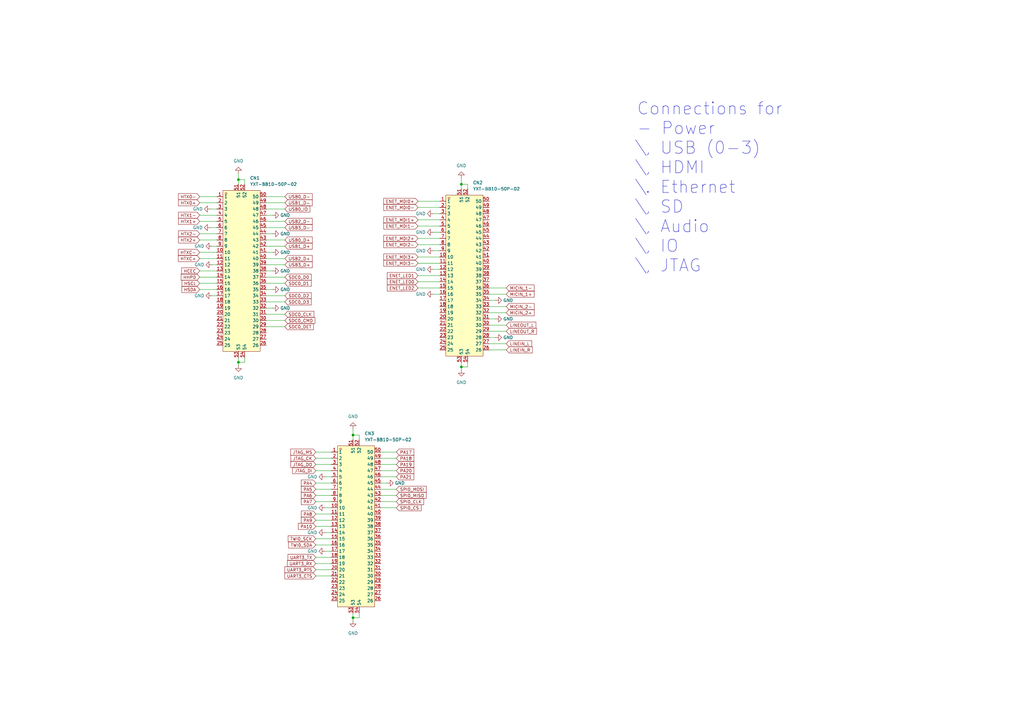
<source format=kicad_sch>
(kicad_sch (version 20250114) (generator "eeschema") (generator_version "9.0")
  (paper "A3")
  (text "Connections for\n- Power\n\\, USB (0-3)\n\\, HDMI\n\\. Ethernet\n\\, SD\n\\, Audio\n\\, IO\n\\, JTAG\n" (at 261.112 112.014 0) (effects (font (size 5 5)) (justify left bottom)))
  (junction (at 144.78 253.365))
  (junction (at 189.23 75.565))
  (junction (at 144.78 178.435))
  (junction (at 189.23 150.495))
  (junction (at 97.79 148.59))
  (junction (at 97.79 73.66))
  (wire (pts (xy 189.23 150.495) (xy 189.23 151.765)))
  (wire (pts (xy 116.84 116.205) (xy 109.22 116.205)))
  (wire (pts (xy 129.54 236.22) (xy 135.89 236.22)))
  (wire (pts (xy 189.23 148.59) (xy 189.23 150.495)))
  (wire (pts (xy 177.8 95.25) (xy 180.34 95.25)))
  (wire (pts (xy 200.66 140.97) (xy 207.645 140.97)))
  (wire (pts (xy 109.22 80.645) (xy 116.84 80.645)))
  (wire (pts (xy 111.76 111.125) (xy 109.22 111.125)))
  (wire (pts (xy 129.54 205.74) (xy 135.89 205.74)))
  (wire (pts (xy 147.32 251.46) (xy 147.32 253.365)))
  (wire (pts (xy 88.9 111.125) (xy 81.915 111.125)))
  (wire (pts (xy 86.995 108.585) (xy 88.9 108.585)))
  (wire (pts (xy 129.54 228.6) (xy 135.89 228.6)))
  (wire (pts (xy 88.9 113.665) (xy 81.915 113.665)))
  (wire (pts (xy 88.9 116.205) (xy 81.915 116.205)))
  (wire (pts (xy 180.34 97.79) (xy 171.45 97.79)))
  (wire (pts (xy 86.995 100.965) (xy 88.9 100.965)))
  (wire (pts (xy 97.79 148.59) (xy 97.79 149.86)))
  (wire (pts (xy 88.9 106.045) (xy 81.915 106.045)))
  (wire (pts (xy 100.33 148.59) (xy 97.79 148.59)))
  (wire (pts (xy 144.78 251.46) (xy 144.78 253.365)))
  (wire (pts (xy 129.54 190.5) (xy 135.89 190.5)))
  (wire (pts (xy 100.33 75.565) (xy 100.33 73.66)))
  (wire (pts (xy 180.34 115.57) (xy 171.45 115.57)))
  (wire (pts (xy 129.54 203.2) (xy 135.89 203.2)))
  (wire (pts (xy 133.35 226.06) (xy 135.89 226.06)))
  (wire (pts (xy 116.84 131.445) (xy 109.22 131.445)))
  (wire (pts (xy 111.76 118.745) (xy 109.22 118.745)))
  (wire (pts (xy 109.22 83.185) (xy 116.84 83.185)))
  (wire (pts (xy 203.2 138.43) (xy 200.66 138.43)))
  (wire (pts (xy 97.79 71.12) (xy 97.79 73.66)))
  (wire (pts (xy 88.9 118.745) (xy 81.915 118.745)))
  (wire (pts (xy 162.56 187.96) (xy 156.21 187.96)))
  (wire (pts (xy 133.35 208.28) (xy 135.89 208.28)))
  (wire (pts (xy 162.5474 195.58) (xy 156.21 195.58)))
  (wire (pts (xy 133.35 218.44) (xy 135.89 218.44)))
  (wire (pts (xy 162.56 185.42) (xy 156.21 185.42)))
  (wire (pts (xy 180.34 118.11) (xy 171.45 118.11)))
  (wire (pts (xy 129.54 223.52) (xy 135.89 223.52)))
  (wire (pts (xy 109.22 93.345) (xy 116.84 93.345)))
  (wire (pts (xy 144.78 175.895) (xy 144.78 178.435)))
  (wire (pts (xy 129.54 220.98) (xy 135.89 220.98)))
  (wire (pts (xy 109.22 90.805) (xy 116.84 90.805)))
  (wire (pts (xy 100.33 146.685) (xy 100.33 148.59)))
  (wire (pts (xy 180.34 113.03) (xy 171.45 113.03)))
  (wire (pts (xy 147.32 180.34) (xy 147.32 178.435)))
  (wire (pts (xy 86.36 93.345) (xy 88.9 93.345)))
  (wire (pts (xy 147.32 178.435) (xy 144.78 178.435)))
  (wire (pts (xy 158.75 198.12) (xy 156.21 198.12)))
  (wire (pts (xy 177.8 87.63) (xy 180.34 87.63)))
  (wire (pts (xy 109.22 100.965) (xy 116.84 100.965)))
  (wire (pts (xy 133.35 195.58) (xy 135.89 195.58)))
  (wire (pts (xy 86.36 85.725) (xy 88.9 85.725)))
  (wire (pts (xy 191.77 77.47) (xy 191.77 75.565)))
  (wire (pts (xy 129.54 231.14) (xy 135.89 231.14)))
  (wire (pts (xy 100.33 73.66) (xy 97.79 73.66)))
  (wire (pts (xy 109.22 85.725) (xy 116.84 85.725)))
  (wire (pts (xy 162.56 200.66) (xy 156.21 200.66)))
  (wire (pts (xy 177.8 102.87) (xy 180.34 102.87)))
  (wire (pts (xy 203.2 130.81) (xy 200.66 130.81)))
  (wire (pts (xy 200.66 128.27) (xy 207.645 128.27)))
  (wire (pts (xy 97.79 73.66) (xy 97.79 75.565)))
  (wire (pts (xy 180.34 90.17) (xy 171.45 90.17)))
  (wire (pts (xy 109.22 108.585) (xy 116.84 108.585)))
  (wire (pts (xy 97.79 146.685) (xy 97.79 148.59)))
  (wire (pts (xy 200.66 133.35) (xy 207.645 133.35)))
  (wire (pts (xy 116.84 121.285) (xy 109.22 121.285)))
  (wire (pts (xy 180.34 82.55) (xy 171.45 82.55)))
  (wire (pts (xy 109.22 98.425) (xy 116.84 98.425)))
  (wire (pts (xy 88.9 95.885) (xy 81.915 95.885)))
  (wire (pts (xy 88.9 83.185) (xy 81.915 83.185)))
  (wire (pts (xy 88.9 98.425) (xy 81.915 98.425)))
  (wire (pts (xy 88.9 88.265) (xy 81.915 88.265)))
  (wire (pts (xy 189.23 75.565) (xy 189.23 77.47)))
  (wire (pts (xy 180.34 107.95) (xy 171.45 107.95)))
  (wire (pts (xy 200.66 143.51) (xy 207.645 143.51)))
  (wire (pts (xy 109.22 106.045) (xy 116.84 106.045)))
  (wire (pts (xy 180.34 100.33) (xy 171.45 100.33)))
  (wire (pts (xy 162.56 193.04) (xy 156.21 193.04)))
  (wire (pts (xy 189.23 73.025) (xy 189.23 75.565)))
  (wire (pts (xy 129.54 198.12) (xy 135.89 198.12)))
  (wire (pts (xy 200.66 125.73) (xy 207.645 125.73)))
  (wire (pts (xy 129.54 210.82) (xy 135.89 210.82)))
  (wire (pts (xy 162.56 205.74) (xy 156.21 205.74)))
  (wire (pts (xy 88.9 90.805) (xy 81.915 90.805)))
  (wire (pts (xy 180.34 92.71) (xy 171.45 92.71)))
  (wire (pts (xy 111.76 88.265) (xy 109.22 88.265)))
  (wire (pts (xy 129.54 233.68) (xy 135.89 233.68)))
  (wire (pts (xy 116.84 123.825) (xy 109.22 123.825)))
  (wire (pts (xy 162.56 208.28) (xy 156.21 208.28)))
  (wire (pts (xy 162.56 190.5) (xy 156.21 190.5)))
  (wire (pts (xy 162.56 203.2) (xy 156.21 203.2)))
  (wire (pts (xy 191.77 148.59) (xy 191.77 150.495)))
  (wire (pts (xy 111.76 95.885) (xy 109.22 95.885)))
  (wire (pts (xy 116.84 113.665) (xy 109.22 113.665)))
  (wire (pts (xy 129.54 185.42) (xy 135.89 185.42)))
  (wire (pts (xy 111.76 103.505) (xy 109.22 103.505)))
  (wire (pts (xy 177.8 110.49) (xy 180.34 110.49)))
  (wire (pts (xy 144.78 178.435) (xy 144.78 180.34)))
  (wire (pts (xy 129.54 213.36) (xy 135.89 213.36)))
  (wire (pts (xy 86.995 121.285) (xy 88.9 121.285)))
  (wire (pts (xy 200.66 135.89) (xy 207.645 135.89)))
  (wire (pts (xy 111.76 126.365) (xy 109.22 126.365)))
  (wire (pts (xy 88.9 103.505) (xy 81.915 103.505)))
  (wire (pts (xy 129.54 187.96) (xy 135.89 187.96)))
  (wire (pts (xy 116.84 128.905) (xy 109.22 128.905)))
  (wire (pts (xy 180.34 85.09) (xy 171.45 85.09)))
  (wire (pts (xy 203.2 123.19) (xy 200.66 123.19)))
  (wire (pts (xy 200.66 120.65) (xy 207.645 120.65)))
  (wire (pts (xy 177.8 120.65) (xy 180.34 120.65)))
  (wire (pts (xy 180.34 105.41) (xy 171.45 105.41)))
  (wire (pts (xy 144.78 253.365) (xy 144.78 254.635)))
  (wire (pts (xy 88.9 80.645) (xy 81.915 80.645)))
  (wire (pts (xy 129.54 215.9) (xy 135.89 215.9)))
  (wire (pts (xy 191.77 75.565) (xy 189.23 75.565)))
  (wire (pts (xy 129.54 200.66) (xy 135.89 200.66)))
  (wire (pts (xy 116.84 133.985) (xy 109.22 133.985)))
  (wire (pts (xy 129.54 193.04) (xy 135.89 193.04)))
  (wire (pts (xy 191.77 150.495) (xy 189.23 150.495)))
  (wire (pts (xy 200.66 118.11) (xy 207.645 118.11)))
  (wire (pts (xy 147.32 253.365) (xy 144.78 253.365)))
  (global_label "SPI0_MOSI" (shape input) (at 162.56 200.66 0) (property "Intersheetrefs" "${INTERSHEET_REFS}" (effects (hide yes))))
  (global_label "HCEC" (shape input) (at 81.915 111.125 180) (property "Intersheetrefs" "${INTERSHEET_REFS}" (effects (hide yes))))
  (global_label "PA17" (shape input) (at 162.56 185.42 0) (property "Intersheetrefs" "${INTERSHEET_REFS}" (effects (hide yes))))
  (global_label "MICIN_2-" (shape input) (at 207.645 125.73 0) (property "Intersheetrefs" "${INTERSHEET_REFS}" (effects (hide yes))))
  (global_label "HTXC-" (shape input) (at 81.915 103.505 180) (property "Intersheetrefs" "${INTERSHEET_REFS}" (effects (hide yes))))
  (global_label "ENET_MDI2+" (shape input) (at 171.45 97.79 180) (property "Intersheetrefs" "${INTERSHEET_REFS}" (effects (hide yes))))
  (global_label "HTX2-" (shape input) (at 81.915 95.885 180) (property "Intersheetrefs" "${INTERSHEET_REFS}" (effects (hide yes))))
  (global_label "SPI0_CLK" (shape input) (at 162.56 205.74 0) (property "Intersheetrefs" "${INTERSHEET_REFS}" (effects (hide yes))))
  (global_label "USB2_D-" (shape input) (at 116.84 90.805 0) (property "Intersheetrefs" "${INTERSHEET_REFS}" (effects (hide yes))))
  (global_label "ENET_MDI0+" (shape input) (at 171.45 82.55 180) (property "Intersheetrefs" "${INTERSHEET_REFS}" (effects (hide yes))))
  (global_label "SDC0_DET" (shape input) (at 116.84 133.985 0) (property "Intersheetrefs" "${INTERSHEET_REFS}" (effects (hide yes))))
  (global_label "PA9" (shape input) (at 129.54 213.36 180) (property "Intersheetrefs" "${INTERSHEET_REFS}" (effects (hide yes))))
  (global_label "USB3_D-" (shape input) (at 116.84 93.345 0) (property "Intersheetrefs" "${INTERSHEET_REFS}" (effects (hide yes))))
  (global_label "PA19" (shape input) (at 162.56 190.5 0) (property "Intersheetrefs" "${INTERSHEET_REFS}" (effects (hide yes))))
  (global_label "TWI0_SCK" (shape input) (at 129.54 220.98 180) (property "Intersheetrefs" "${INTERSHEET_REFS}" (effects (hide yes))))
  (global_label "UART3_CTS" (shape input) (at 129.54 236.22 180) (property "Intersheetrefs" "${INTERSHEET_REFS}" (effects (hide yes))))
  (global_label "USB0_D-" (shape input) (at 116.84 80.645 0) (property "Intersheetrefs" "${INTERSHEET_REFS}" (effects (hide yes))))
  (global_label "PA21" (shape input) (at 162.5474 195.58 0) (property "Intersheetrefs" "${INTERSHEET_REFS}" (effects (hide yes))))
  (global_label "PA20" (shape input) (at 162.56 193.04 0) (property "Intersheetrefs" "${INTERSHEET_REFS}" (effects (hide yes))))
  (global_label "HHPD" (shape input) (at 81.915 113.665 180) (property "Intersheetrefs" "${INTERSHEET_REFS}" (effects (hide yes))))
  (global_label "HTX1+" (shape input) (at 81.915 90.805 180) (property "Intersheetrefs" "${INTERSHEET_REFS}" (effects (hide yes))))
  (global_label "JTAG_CK" (shape input) (at 129.54 187.96 180) (property "Intersheetrefs" "${INTERSHEET_REFS}" (effects (hide yes))))
  (global_label "SPI0_MISO" (shape input) (at 162.56 203.2 0) (property "Intersheetrefs" "${INTERSHEET_REFS}" (effects (hide yes))))
  (global_label "MICIN_2+" (shape input) (at 207.645 128.27 0) (property "Intersheetrefs" "${INTERSHEET_REFS}" (effects (hide yes))))
  (global_label "JTAG_DI" (shape input) (at 129.54 193.04 180) (property "Intersheetrefs" "${INTERSHEET_REFS}" (effects (hide yes))))
  (global_label "ENET_MDI2-" (shape input) (at 171.45 100.33 180) (property "Intersheetrefs" "${INTERSHEET_REFS}" (effects (hide yes))))
  (global_label "SDC0_D2" (shape input) (at 116.84 121.285 0) (property "Intersheetrefs" "${INTERSHEET_REFS}" (effects (hide yes))))
  (global_label "ENET_MDI1+" (shape input) (at 171.45 90.17 180) (property "Intersheetrefs" "${INTERSHEET_REFS}" (effects (hide yes))))
  (global_label "HTX2+" (shape input) (at 81.915 98.425 180) (property "Intersheetrefs" "${INTERSHEET_REFS}" (effects (hide yes))))
  (global_label "ENET_LED2" (shape input) (at 171.45 118.11 180) (property "Intersheetrefs" "${INTERSHEET_REFS}" (effects (hide yes))))
  (global_label "HSCL" (shape input) (at 81.915 116.205 180) (property "Intersheetrefs" "${INTERSHEET_REFS}" (effects (hide yes))))
  (global_label "USB1_D+" (shape input) (at 116.84 100.965 0) (property "Intersheetrefs" "${INTERSHEET_REFS}" (effects (hide yes))))
  (global_label "SPI0_CS" (shape input) (at 162.56 208.28 0) (property "Intersheetrefs" "${INTERSHEET_REFS}" (effects (hide yes))))
  (global_label "PA5" (shape input) (at 129.54 200.66 180) (property "Intersheetrefs" "${INTERSHEET_REFS}" (effects (hide yes))))
  (global_label "ENET_MDI3+" (shape input) (at 171.45 105.41 180) (property "Intersheetrefs" "${INTERSHEET_REFS}" (effects (hide yes))))
  (global_label "SDC0_D3" (shape input) (at 116.84 123.825 0) (property "Intersheetrefs" "${INTERSHEET_REFS}" (effects (hide yes))))
  (global_label "PA18" (shape input) (at 162.56 187.96 0) (property "Intersheetrefs" "${INTERSHEET_REFS}" (effects (hide yes))))
  (global_label "ENET_LED0" (shape input) (at 171.45 115.57 180) (property "Intersheetrefs" "${INTERSHEET_REFS}" (effects (hide yes))))
  (global_label "SDC0_D1" (shape input) (at 116.84 116.205 0) (property "Intersheetrefs" "${INTERSHEET_REFS}" (effects (hide yes))))
  (global_label "ENET_LED1" (shape input) (at 171.45 113.03 180) (property "Intersheetrefs" "${INTERSHEET_REFS}" (effects (hide yes))))
  (global_label "UART3_RX" (shape input) (at 129.54 231.14 180) (property "Intersheetrefs" "${INTERSHEET_REFS}" (effects (hide yes))))
  (global_label "JTAG_DO" (shape input) (at 129.54 190.5 180) (property "Intersheetrefs" "${INTERSHEET_REFS}" (effects (hide yes))))
  (global_label "TWI0_SDA" (shape input) (at 129.54 223.52 180) (property "Intersheetrefs" "${INTERSHEET_REFS}" (effects (hide yes))))
  (global_label "SDC0_CLK" (shape input) (at 116.84 128.905 0) (property "Intersheetrefs" "${INTERSHEET_REFS}" (effects (hide yes))))
  (global_label "LINEIN_R" (shape input) (at 207.645 143.51 0) (property "Intersheetrefs" "${INTERSHEET_REFS}" (effects (hide yes))))
  (global_label "SDC0_CMD" (shape input) (at 116.84 131.445 0) (property "Intersheetrefs" "${INTERSHEET_REFS}" (effects (hide yes))))
  (global_label "ENET_MDI3-" (shape input) (at 171.45 107.95 180) (property "Intersheetrefs" "${INTERSHEET_REFS}" (effects (hide yes))))
  (global_label "PA8" (shape input) (at 129.54 210.82 180) (property "Intersheetrefs" "${INTERSHEET_REFS}" (effects (hide yes))))
  (global_label "MICIN_1+" (shape input) (at 207.645 120.65 0) (property "Intersheetrefs" "${INTERSHEET_REFS}" (effects (hide yes))))
  (global_label "HTX1-" (shape input) (at 81.915 88.265 180) (property "Intersheetrefs" "${INTERSHEET_REFS}" (effects (hide yes))))
  (global_label "HTX0-" (shape input) (at 81.915 80.645 180) (property "Intersheetrefs" "${INTERSHEET_REFS}" (effects (hide yes))))
  (global_label "USB0_ID" (shape input) (at 116.84 85.725 0) (property "Intersheetrefs" "${INTERSHEET_REFS}" (effects (hide yes))))
  (global_label "ENET_MDI1-" (shape input) (at 171.45 92.71 180) (property "Intersheetrefs" "${INTERSHEET_REFS}" (effects (hide yes))))
  (global_label "ENET_MDI0-" (shape input) (at 171.45 85.09 180) (property "Intersheetrefs" "${INTERSHEET_REFS}" (effects (hide yes))))
  (global_label "PA4" (shape input) (at 129.54 198.12 180) (property "Intersheetrefs" "${INTERSHEET_REFS}" (effects (hide yes))))
  (global_label "USB1_D-" (shape input) (at 116.84 83.185 0) (property "Intersheetrefs" "${INTERSHEET_REFS}" (effects (hide yes))))
  (global_label "UART3_RTS" (shape input) (at 129.54 233.68 180) (property "Intersheetrefs" "${INTERSHEET_REFS}" (effects (hide yes))))
  (global_label "HTXC+" (shape input) (at 81.915 106.045 180) (property "Intersheetrefs" "${INTERSHEET_REFS}" (effects (hide yes))))
  (global_label "JTAG_MS" (shape input) (at 129.54 185.42 180) (property "Intersheetrefs" "${INTERSHEET_REFS}" (effects (hide yes))))
  (global_label "LINEIN_L" (shape input) (at 207.645 140.97 0) (property "Intersheetrefs" "${INTERSHEET_REFS}" (effects (hide yes))))
  (global_label "SDC0_D0" (shape input) (at 116.84 113.665 0) (property "Intersheetrefs" "${INTERSHEET_REFS}" (effects (hide yes))))
  (global_label "PA10" (shape input) (at 129.54 215.9 180) (property "Intersheetrefs" "${INTERSHEET_REFS}" (effects (hide yes))))
  (global_label "HTX0+" (shape input) (at 81.915 83.185 180) (property "Intersheetrefs" "${INTERSHEET_REFS}" (effects (hide yes))))
  (global_label "LINEOUT_R" (shape input) (at 207.645 135.89 0) (property "Intersheetrefs" "${INTERSHEET_REFS}" (effects (hide yes))))
  (global_label "USB0_D+" (shape input) (at 116.84 98.425 0) (property "Intersheetrefs" "${INTERSHEET_REFS}" (effects (hide yes))))
  (global_label "USB2_D+" (shape input) (at 116.84 106.045 0) (property "Intersheetrefs" "${INTERSHEET_REFS}" (effects (hide yes))))
  (global_label "PA7" (shape input) (at 129.54 205.74 180) (property "Intersheetrefs" "${INTERSHEET_REFS}" (effects (hide yes))))
  (global_label "MICIN_1-" (shape input) (at 207.645 118.11 0) (property "Intersheetrefs" "${INTERSHEET_REFS}" (effects (hide yes))))
  (global_label "HSDA" (shape input) (at 81.915 118.745 180) (property "Intersheetrefs" "${INTERSHEET_REFS}" (effects (hide yes))))
  (global_label "USB3_D+" (shape input) (at 116.84 108.585 0) (property "Intersheetrefs" "${INTERSHEET_REFS}" (effects (hide yes))))
  (global_label "LINEOUT_L" (shape input) (at 207.645 133.35 0) (property "Intersheetrefs" "${INTERSHEET_REFS}" (effects (hide yes))))
  (global_label "UART3_TX" (shape input) (at 129.54 228.6 180) (property "Intersheetrefs" "${INTERSHEET_REFS}" (effects (hide yes))))
  (global_label "PA6" (shape input) (at 129.54 203.2 180) (property "Intersheetrefs" "${INTERSHEET_REFS}" (effects (hide yes))))
  (symbol (lib_id "power:GND") (at 111.76 126.365 90) (mirror x) (unit 1)
    (property "Reference" "#PWR029" (effects (hide yes)))
    (property "Value" "GND" (at 114.935 126.365 90) (effects (justify right)))
  )
  (symbol (lib_id "power:GND") (at 111.76 88.265 90) (mirror x) (unit 1)
    (property "Reference" "#PWR024" (effects (hide yes)))
    (property "Value" "GND" (at 114.935 88.265 90) (effects (justify right)))
  )
  (symbol (lib_id "power:GND") (at 177.8 95.25 270) (unit 1)
    (property "Reference" "#PWR050" (effects (hide yes)))
    (property "Value" "GND" (at 174.625 95.25 90) (effects (justify right)))
  )
  (symbol (lib_id "power:GND") (at 177.8 102.87 270) (unit 1)
    (property "Reference" "#PWR051" (effects (hide yes)))
    (property "Value" "GND" (at 174.625 102.87 90) (effects (justify right)))
  )
  (symbol (lib_id "Raspberry_Pi_Compute_Module_4:Compute_Module_4_Functional") (at -10.16 494.03 0) (unit 5)
    (property "Reference" "U7" (at 5.08 486.41 0) (effects (font (size 1.524 1.524))))
    (property "Value" "Compute_Module_4_Functional" (at 5.08 488.95 0) (effects (font (size 1.524 1.524))))
  )
  (symbol (lib_id "Raspberry_Pi_Compute_Module_4:Compute_Module_4_Functional") (at 1.27 358.14 0) (unit 4)
    (property "Reference" "U7" (at 13.97 351.155 0) (effects (font (size 1.524 1.524))))
    (property "Value" "Compute_Module_4_Functional" (at 13.97 353.695 0) (effects (font (size 1.524 1.524))))
  )
  (symbol (lib_id "Raspberry_Pi_Compute_Module_4:Compute_Module_4_Functional") (at 227.33 389.89 0) (unit 10)
    (property "Reference" "U7" (at 251.46 382.27 0) (effects (font (size 1.524 1.524))))
    (property "Value" "Compute_Module_4_Functional" (at 251.46 384.81 0) (effects (font (size 1.524 1.524))))
  )
  (symbol (lib_id "Raspberry_Pi_Compute_Module_4:Compute_Module_4_Connectors") (at 472.44 71.12 0) (unit 1)
    (property "Reference" "U6" (at 502.92 63.5 0) (effects (font (size 1.524 1.524))))
    (property "Value" "Compute_Module_4_Connectors" (at 502.92 66.04 0) (effects (font (size 1.524 1.524))))
  )
  (symbol (lib_id "power:GND") (at 86.995 100.965 270) (unit 1)
    (property "Reference" "#PWR021" (effects (hide yes)))
    (property "Value" "GND" (at 83.82 100.965 90) (effects (justify right)))
  )
  (symbol (lib_id "power:GND") (at 111.76 95.885 90) (mirror x) (unit 1)
    (property "Reference" "#PWR025" (effects (hide yes)))
    (property "Value" "GND" (at 114.935 95.885 90) (effects (justify right)))
  )
  (symbol (lib_id "power:GND") (at 177.8 120.65 270) (unit 1)
    (property "Reference" "#PWR056" (effects (hide yes)))
    (property "Value" "GND" (at 174.625 120.65 90) (effects (justify right)))
  )
  (symbol (lib_id "easyeda2kicad:YXT-BB10-50P-02") (at 99.06 111.125 0) (unit 1)
    (property "Reference" "CN1" (at 102.5241 73.025 0) (effects (justify left)))
    (property "Value" "YXT-BB10-50P-02" (at 102.5241 75.565 0) (effects (justify left)))
    (property "Footprint" "easyeda2kicad:CONN-SMD_YXT-BB10-50P-02" (effects (hide yes)))
    (property "LCSC Part" "C2763977" (effects (hide yes)))
  )
  (symbol (lib_id "power:GND") (at 177.8 110.49 270) (unit 1)
    (property "Reference" "#PWR052" (effects (hide yes)))
    (property "Value" "GND" (at 174.625 110.49 90) (effects (justify right)))
  )
  (symbol (lib_id "power:GND") (at 86.36 93.345 270) (unit 1)
    (property "Reference" "#PWR020" (effects (hide yes)))
    (property "Value" "GND" (at 83.185 93.345 90) (effects (justify right)))
  )
  (symbol (lib_id "power:GND") (at 189.23 73.025 180) (unit 1)
    (property "Reference" "#PWR037" (effects (hide yes)))
    (property "Value" "GND" (at 189.23 67.945 0))
  )
  (symbol (lib_id "Raspberry_Pi_Compute_Module_4:Compute_Module_4_Functional") (at 234.315 336.55 0) (unit 3)
    (property "Reference" "U7" (at 263.525 329.565 0) (effects (font (size 1.524 1.524))))
    (property "Value" "Compute_Module_4_Functional" (at 263.525 332.105 0) (effects (font (size 1.524 1.524))))
  )
  (symbol (lib_id "power:GND") (at 158.75 198.12 90) (mirror x) (unit 1)
    (property "Reference" "#PWR048" (effects (hide yes)))
    (property "Value" "GND" (at 161.925 198.12 90) (effects (justify right)))
  )
  (symbol (lib_id "power:GND") (at 97.79 149.86 0) (unit 1)
    (property "Reference" "#PWR015" (effects (hide yes)))
    (property "Value" "GND" (at 97.79 154.94 0))
  )
  (symbol (lib_id "easyeda2kicad:YXT-BB10-50P-02") (at 190.5 113.03 0) (unit 1)
    (property "Reference" "CN2" (at 193.9641 74.93 0) (effects (justify left)))
    (property "Value" "YXT-BB10-50P-02" (at 193.9641 77.47 0) (effects (justify left)))
    (property "Footprint" "easyeda2kicad:CONN-SMD_YXT-BB10-50P-02" (effects (hide yes)))
    (property "LCSC Part" "C2763977" (effects (hide yes)))
  )
  (symbol (lib_id "Raspberry_Pi_Compute_Module_4:Compute_Module_4_Functional") (at -58.42 441.96 0) (unit 9)
    (property "Reference" "U7" (at -34.29 434.34 0) (effects (font (size 1.524 1.524))))
    (property "Value" "Compute_Module_4_Functional" (at -34.29 436.88 0) (effects (font (size 1.524 1.524))))
  )
  (symbol (lib_id "Raspberry_Pi_Compute_Module_4:Compute_Module_4_Functional") (at 161.29 336.55 0) (unit 2)
    (property "Reference" "U7" (at 179.07 329.565 0) (effects (font (size 1.524 1.524))))
    (property "Value" "Compute_Module_4_Functional" (at 179.07 332.105 0) (effects (font (size 1.524 1.524))))
  )
  (symbol (lib_id "power:GND") (at 86.995 121.285 270) (unit 1)
    (property "Reference" "#PWR023" (effects (hide yes)))
    (property "Value" "GND" (at 83.82 121.285 90) (effects (justify right)))
  )
  (symbol (lib_id "power:GND") (at 133.35 195.58 270) (unit 1)
    (property "Reference" "#PWR044" (effects (hide yes)))
    (property "Value" "GND" (at 130.175 195.58 90) (effects (justify right)))
  )
  (symbol (lib_id "power:GND") (at 86.36 85.725 270) (unit 1)
    (property "Reference" "#PWR019" (effects (hide yes)))
    (property "Value" "GND" (at 83.185 85.725 90) (effects (justify right)))
  )
  (symbol (lib_id "power:GND") (at 144.78 254.635 0) (unit 1)
    (property "Reference" "#PWR042" (effects (hide yes)))
    (property "Value" "GND" (at 144.78 259.715 0))
  )
  (symbol (lib_id "power:GND") (at 86.995 108.585 270) (unit 1)
    (property "Reference" "#PWR022" (effects (hide yes)))
    (property "Value" "GND" (at 83.82 108.585 90) (effects (justify right)))
  )
  (symbol (lib_id "power:GND") (at 189.23 151.765 0) (unit 1)
    (property "Reference" "#PWR036" (effects (hide yes)))
    (property "Value" "GND" (at 189.23 156.845 0))
  )
  (symbol (lib_id "Raspberry_Pi_Compute_Module_4:Compute_Module_4_Functional") (at -8.89 378.46 0) (unit 7)
    (property "Reference" "U7" (at 15.24 370.84 0) (effects (font (size 1.524 1.524))))
    (property "Value" "Compute_Module_4_Functional" (at 15.24 373.38 0) (effects (font (size 1.524 1.524))))
  )
  (symbol (lib_id "power:GND") (at 203.2 138.43 90) (mirror x) (unit 1)
    (property "Reference" "#PWR040" (effects (hide yes)))
    (property "Value" "GND" (at 206.375 138.43 90) (effects (justify right)))
  )
  (symbol (lib_id "power:GND") (at 133.35 208.28 270) (unit 1)
    (property "Reference" "#PWR045" (effects (hide yes)))
    (property "Value" "GND" (at 130.175 208.28 90) (effects (justify right)))
  )
  (symbol (lib_id "power:GND") (at 133.35 226.06 270) (unit 1)
    (property "Reference" "#PWR047" (effects (hide yes)))
    (property "Value" "GND" (at 130.175 226.06 90) (effects (justify right)))
  )
  (symbol (lib_id "power:GND") (at 111.76 118.745 90) (mirror x) (unit 1)
    (property "Reference" "#PWR028" (effects (hide yes)))
    (property "Value" "GND" (at 114.935 118.745 90) (effects (justify right)))
  )
  (symbol (lib_id "Raspberry_Pi_Compute_Module_4:Compute_Module_4_Functional") (at 186.055 447.04 0) (unit 8)
    (property "Reference" "U7" (at 198.755 440.055 0) (effects (font (size 1.524 1.524))))
    (property "Value" "Compute_Module_4_Functional" (at 198.755 442.595 0) (effects (font (size 1.524 1.524))))
  )
  (symbol (lib_id "power:GND") (at 203.2 123.19 90) (mirror x) (unit 1)
    (property "Reference" "#PWR038" (effects (hide yes)))
    (property "Value" "GND" (at 206.375 123.19 90) (effects (justify right)))
  )
  (symbol (lib_id "power:GND") (at 144.78 175.895 180) (unit 1)
    (property "Reference" "#PWR041" (effects (hide yes)))
    (property "Value" "GND" (at 144.78 170.815 0))
  )
  (symbol (lib_id "Raspberry_Pi_Compute_Module_4:Compute_Module_4_Connectors") (at 564.515 74.93 0) (unit 2)
    (property "Reference" "U6" (at 589.915 67.31 0) (effects (font (size 1.524 1.524))))
    (property "Value" "Compute_Module_4_Connectors" (at 589.915 69.85 0) (effects (font (size 1.524 1.524))))
  )
  (symbol (lib_id "power:GND") (at 111.76 111.125 90) (mirror x) (unit 1)
    (property "Reference" "#PWR027" (effects (hide yes)))
    (property "Value" "GND" (at 114.935 111.125 90) (effects (justify right)))
  )
  (symbol (lib_id "power:GND") (at 97.79 71.12 180) (unit 1)
    (property "Reference" "#PWR014" (effects (hide yes)))
    (property "Value" "GND" (at 97.79 66.04 0))
  )
  (symbol (lib_id "power:GND") (at 203.2 130.81 90) (mirror x) (unit 1)
    (property "Reference" "#PWR039" (effects (hide yes)))
    (property "Value" "GND" (at 206.375 130.81 90) (effects (justify right)))
  )
  (symbol (lib_id "power:GND") (at 177.8 87.63 270) (unit 1)
    (property "Reference" "#PWR049" (effects (hide yes)))
    (property "Value" "GND" (at 174.625 87.63 90) (effects (justify right)))
  )
  (symbol (lib_id "Raspberry_Pi_Compute_Module_4:Compute_Module_4_Functional") (at 2.54 440.69 0) (unit 6)
    (property "Reference" "U7" (at 15.24 433.07 0) (effects (font (size 1.524 1.524))))
    (property "Value" "Compute_Module_4_Functional" (at 15.24 435.61 0) (effects (font (size 1.524 1.524))))
  )
  (symbol (lib_id "easyeda2kicad:YXT-BB10-50P-02") (at 146.05 215.9 0) (unit 1)
    (property "Reference" "CN3" (at 149.5141 177.8 0) (effects (justify left)))
    (property "Value" "YXT-BB10-50P-02" (at 149.5141 180.34 0) (effects (justify left)))
    (property "Footprint" "easyeda2kicad:CONN-SMD_YXT-BB10-50P-02" (effects (hide yes)))
    (property "LCSC Part" "C2763977" (effects (hide yes)))
  )
  (symbol (lib_id "Raspberry_Pi_Compute_Module_4:Compute_Module_4_Functional") (at 74.93 331.47 0) (unit 1)
    (property "Reference" "U7" (at 96.52 324.485 0) (effects (font (size 1.524 1.524))))
    (property "Value" "Compute_Module_4_Functional" (at 96.52 327.025 0) (effects (font (size 1.524 1.524))))
  )
  (symbol (lib_id "power:GND") (at 133.35 218.44 270) (unit 1)
    (property "Reference" "#PWR046" (effects (hide yes)))
    (property "Value" "GND" (at 130.175 218.44 90) (effects (justify right)))
  )
  (symbol (lib_id "power:GND") (at 111.76 103.505 90) (mirror x) (unit 1)
    (property "Reference" "#PWR026" (effects (hide yes)))
    (property "Value" "GND" (at 114.935 103.505 90) (effects (justify right)))
  )
)
</source>
